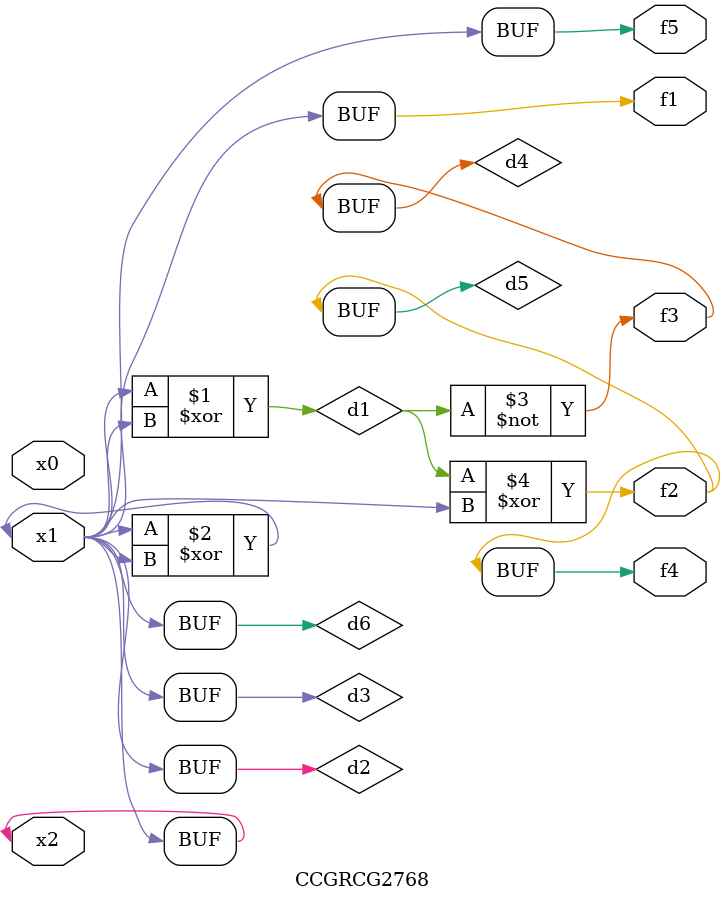
<source format=v>
module CCGRCG2768(
	input x0, x1, x2,
	output f1, f2, f3, f4, f5
);

	wire d1, d2, d3, d4, d5, d6;

	xor (d1, x1, x2);
	buf (d2, x1, x2);
	xor (d3, x1, x2);
	nor (d4, d1);
	xor (d5, d1, d2);
	buf (d6, d2, d3);
	assign f1 = d6;
	assign f2 = d5;
	assign f3 = d4;
	assign f4 = d5;
	assign f5 = d6;
endmodule

</source>
